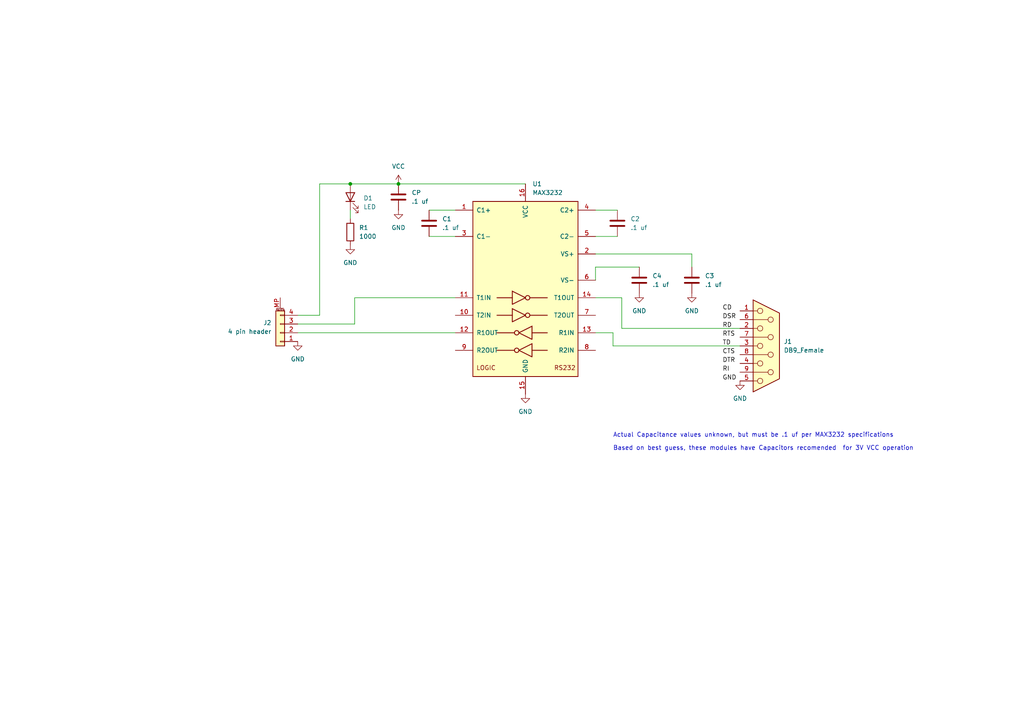
<source format=kicad_sch>
(kicad_sch (version 20211123) (generator eeschema)

  (uuid b9aca43f-d0f3-42f3-a0a6-1506356c417c)

  (paper "A4")

  (title_block
    (title "MH TTL-RS232 Bidirectional Converter")
  )

  (lib_symbols
    (symbol "Connector:DB9_Female" (pin_names (offset 1.016) hide) (in_bom yes) (on_board yes)
      (property "Reference" "J" (id 0) (at 0 13.97 0)
        (effects (font (size 1.27 1.27)))
      )
      (property "Value" "DB9_Female" (id 1) (at 0 -14.605 0)
        (effects (font (size 1.27 1.27)))
      )
      (property "Footprint" "" (id 2) (at 0 0 0)
        (effects (font (size 1.27 1.27)) hide)
      )
      (property "Datasheet" " ~" (id 3) (at 0 0 0)
        (effects (font (size 1.27 1.27)) hide)
      )
      (property "ki_keywords" "connector female D-SUB" (id 4) (at 0 0 0)
        (effects (font (size 1.27 1.27)) hide)
      )
      (property "ki_description" "9-pin female D-SUB connector" (id 5) (at 0 0 0)
        (effects (font (size 1.27 1.27)) hide)
      )
      (property "ki_fp_filters" "DSUB*Female*" (id 6) (at 0 0 0)
        (effects (font (size 1.27 1.27)) hide)
      )
      (symbol "DB9_Female_0_1"
        (circle (center -1.778 -10.16) (radius 0.762)
          (stroke (width 0) (type default) (color 0 0 0 0))
          (fill (type none))
        )
        (circle (center -1.778 -5.08) (radius 0.762)
          (stroke (width 0) (type default) (color 0 0 0 0))
          (fill (type none))
        )
        (circle (center -1.778 0) (radius 0.762)
          (stroke (width 0) (type default) (color 0 0 0 0))
          (fill (type none))
        )
        (circle (center -1.778 5.08) (radius 0.762)
          (stroke (width 0) (type default) (color 0 0 0 0))
          (fill (type none))
        )
        (circle (center -1.778 10.16) (radius 0.762)
          (stroke (width 0) (type default) (color 0 0 0 0))
          (fill (type none))
        )
        (polyline
          (pts
            (xy -3.81 -10.16)
            (xy -2.54 -10.16)
          )
          (stroke (width 0) (type default) (color 0 0 0 0))
          (fill (type none))
        )
        (polyline
          (pts
            (xy -3.81 -7.62)
            (xy 0.508 -7.62)
          )
          (stroke (width 0) (type default) (color 0 0 0 0))
          (fill (type none))
        )
        (polyline
          (pts
            (xy -3.81 -5.08)
            (xy -2.54 -5.08)
          )
          (stroke (width 0) (type default) (color 0 0 0 0))
          (fill (type none))
        )
        (polyline
          (pts
            (xy -3.81 -2.54)
            (xy 0.508 -2.54)
          )
          (stroke (width 0) (type default) (color 0 0 0 0))
          (fill (type none))
        )
        (polyline
          (pts
            (xy -3.81 0)
            (xy -2.54 0)
          )
          (stroke (width 0) (type default) (color 0 0 0 0))
          (fill (type none))
        )
        (polyline
          (pts
            (xy -3.81 2.54)
            (xy 0.508 2.54)
          )
          (stroke (width 0) (type default) (color 0 0 0 0))
          (fill (type none))
        )
        (polyline
          (pts
            (xy -3.81 5.08)
            (xy -2.54 5.08)
          )
          (stroke (width 0) (type default) (color 0 0 0 0))
          (fill (type none))
        )
        (polyline
          (pts
            (xy -3.81 7.62)
            (xy 0.508 7.62)
          )
          (stroke (width 0) (type default) (color 0 0 0 0))
          (fill (type none))
        )
        (polyline
          (pts
            (xy -3.81 10.16)
            (xy -2.54 10.16)
          )
          (stroke (width 0) (type default) (color 0 0 0 0))
          (fill (type none))
        )
        (polyline
          (pts
            (xy -3.81 13.335)
            (xy -3.81 -13.335)
            (xy 3.81 -9.525)
            (xy 3.81 9.525)
            (xy -3.81 13.335)
          )
          (stroke (width 0.254) (type default) (color 0 0 0 0))
          (fill (type background))
        )
        (circle (center 1.27 -7.62) (radius 0.762)
          (stroke (width 0) (type default) (color 0 0 0 0))
          (fill (type none))
        )
        (circle (center 1.27 -2.54) (radius 0.762)
          (stroke (width 0) (type default) (color 0 0 0 0))
          (fill (type none))
        )
        (circle (center 1.27 2.54) (radius 0.762)
          (stroke (width 0) (type default) (color 0 0 0 0))
          (fill (type none))
        )
        (circle (center 1.27 7.62) (radius 0.762)
          (stroke (width 0) (type default) (color 0 0 0 0))
          (fill (type none))
        )
      )
      (symbol "DB9_Female_1_1"
        (pin passive line (at -7.62 10.16 0) (length 3.81)
          (name "1" (effects (font (size 1.27 1.27))))
          (number "1" (effects (font (size 1.27 1.27))))
        )
        (pin passive line (at -7.62 5.08 0) (length 3.81)
          (name "2" (effects (font (size 1.27 1.27))))
          (number "2" (effects (font (size 1.27 1.27))))
        )
        (pin passive line (at -7.62 0 0) (length 3.81)
          (name "3" (effects (font (size 1.27 1.27))))
          (number "3" (effects (font (size 1.27 1.27))))
        )
        (pin passive line (at -7.62 -5.08 0) (length 3.81)
          (name "4" (effects (font (size 1.27 1.27))))
          (number "4" (effects (font (size 1.27 1.27))))
        )
        (pin passive line (at -7.62 -10.16 0) (length 3.81)
          (name "5" (effects (font (size 1.27 1.27))))
          (number "5" (effects (font (size 1.27 1.27))))
        )
        (pin passive line (at -7.62 7.62 0) (length 3.81)
          (name "6" (effects (font (size 1.27 1.27))))
          (number "6" (effects (font (size 1.27 1.27))))
        )
        (pin passive line (at -7.62 2.54 0) (length 3.81)
          (name "7" (effects (font (size 1.27 1.27))))
          (number "7" (effects (font (size 1.27 1.27))))
        )
        (pin passive line (at -7.62 -2.54 0) (length 3.81)
          (name "8" (effects (font (size 1.27 1.27))))
          (number "8" (effects (font (size 1.27 1.27))))
        )
        (pin passive line (at -7.62 -7.62 0) (length 3.81)
          (name "9" (effects (font (size 1.27 1.27))))
          (number "9" (effects (font (size 1.27 1.27))))
        )
      )
    )
    (symbol "Connector_Generic_MountingPin:Conn_01x04_MountingPin" (pin_names (offset 1.016) hide) (in_bom yes) (on_board yes)
      (property "Reference" "J" (id 0) (at 0 5.08 0)
        (effects (font (size 1.27 1.27)))
      )
      (property "Value" "Conn_01x04_MountingPin" (id 1) (at 1.27 -7.62 0)
        (effects (font (size 1.27 1.27)) (justify left))
      )
      (property "Footprint" "" (id 2) (at 0 0 0)
        (effects (font (size 1.27 1.27)) hide)
      )
      (property "Datasheet" "~" (id 3) (at 0 0 0)
        (effects (font (size 1.27 1.27)) hide)
      )
      (property "ki_keywords" "connector" (id 4) (at 0 0 0)
        (effects (font (size 1.27 1.27)) hide)
      )
      (property "ki_description" "Generic connectable mounting pin connector, single row, 01x04, script generated (kicad-library-utils/schlib/autogen/connector/)" (id 5) (at 0 0 0)
        (effects (font (size 1.27 1.27)) hide)
      )
      (property "ki_fp_filters" "Connector*:*_1x??-1MP*" (id 6) (at 0 0 0)
        (effects (font (size 1.27 1.27)) hide)
      )
      (symbol "Conn_01x04_MountingPin_1_1"
        (rectangle (start -1.27 -4.953) (end 0 -5.207)
          (stroke (width 0.1524) (type default) (color 0 0 0 0))
          (fill (type none))
        )
        (rectangle (start -1.27 -2.413) (end 0 -2.667)
          (stroke (width 0.1524) (type default) (color 0 0 0 0))
          (fill (type none))
        )
        (rectangle (start -1.27 0.127) (end 0 -0.127)
          (stroke (width 0.1524) (type default) (color 0 0 0 0))
          (fill (type none))
        )
        (rectangle (start -1.27 2.667) (end 0 2.413)
          (stroke (width 0.1524) (type default) (color 0 0 0 0))
          (fill (type none))
        )
        (rectangle (start -1.27 3.81) (end 1.27 -6.35)
          (stroke (width 0.254) (type default) (color 0 0 0 0))
          (fill (type background))
        )
        (polyline
          (pts
            (xy -1.016 -7.112)
            (xy 1.016 -7.112)
          )
          (stroke (width 0.1524) (type default) (color 0 0 0 0))
          (fill (type none))
        )
        (text "Mounting" (at 0 -6.731 0)
          (effects (font (size 0.381 0.381)))
        )
        (pin passive line (at -5.08 2.54 0) (length 3.81)
          (name "Pin_1" (effects (font (size 1.27 1.27))))
          (number "1" (effects (font (size 1.27 1.27))))
        )
        (pin passive line (at -5.08 0 0) (length 3.81)
          (name "Pin_2" (effects (font (size 1.27 1.27))))
          (number "2" (effects (font (size 1.27 1.27))))
        )
        (pin passive line (at -5.08 -2.54 0) (length 3.81)
          (name "Pin_3" (effects (font (size 1.27 1.27))))
          (number "3" (effects (font (size 1.27 1.27))))
        )
        (pin passive line (at -5.08 -5.08 0) (length 3.81)
          (name "Pin_4" (effects (font (size 1.27 1.27))))
          (number "4" (effects (font (size 1.27 1.27))))
        )
        (pin passive line (at 0 -10.16 90) (length 3.048)
          (name "MountPin" (effects (font (size 1.27 1.27))))
          (number "MP" (effects (font (size 1.27 1.27))))
        )
      )
    )
    (symbol "Device:C" (pin_numbers hide) (pin_names (offset 0.254)) (in_bom yes) (on_board yes)
      (property "Reference" "C" (id 0) (at 0.635 2.54 0)
        (effects (font (size 1.27 1.27)) (justify left))
      )
      (property "Value" "C" (id 1) (at 0.635 -2.54 0)
        (effects (font (size 1.27 1.27)) (justify left))
      )
      (property "Footprint" "" (id 2) (at 0.9652 -3.81 0)
        (effects (font (size 1.27 1.27)) hide)
      )
      (property "Datasheet" "~" (id 3) (at 0 0 0)
        (effects (font (size 1.27 1.27)) hide)
      )
      (property "ki_keywords" "cap capacitor" (id 4) (at 0 0 0)
        (effects (font (size 1.27 1.27)) hide)
      )
      (property "ki_description" "Unpolarized capacitor" (id 5) (at 0 0 0)
        (effects (font (size 1.27 1.27)) hide)
      )
      (property "ki_fp_filters" "C_*" (id 6) (at 0 0 0)
        (effects (font (size 1.27 1.27)) hide)
      )
      (symbol "C_0_1"
        (polyline
          (pts
            (xy -2.032 -0.762)
            (xy 2.032 -0.762)
          )
          (stroke (width 0.508) (type default) (color 0 0 0 0))
          (fill (type none))
        )
        (polyline
          (pts
            (xy -2.032 0.762)
            (xy 2.032 0.762)
          )
          (stroke (width 0.508) (type default) (color 0 0 0 0))
          (fill (type none))
        )
      )
      (symbol "C_1_1"
        (pin passive line (at 0 3.81 270) (length 2.794)
          (name "~" (effects (font (size 1.27 1.27))))
          (number "1" (effects (font (size 1.27 1.27))))
        )
        (pin passive line (at 0 -3.81 90) (length 2.794)
          (name "~" (effects (font (size 1.27 1.27))))
          (number "2" (effects (font (size 1.27 1.27))))
        )
      )
    )
    (symbol "Device:LED" (pin_numbers hide) (pin_names (offset 1.016) hide) (in_bom yes) (on_board yes)
      (property "Reference" "D" (id 0) (at 0 2.54 0)
        (effects (font (size 1.27 1.27)))
      )
      (property "Value" "LED" (id 1) (at 0 -2.54 0)
        (effects (font (size 1.27 1.27)))
      )
      (property "Footprint" "" (id 2) (at 0 0 0)
        (effects (font (size 1.27 1.27)) hide)
      )
      (property "Datasheet" "~" (id 3) (at 0 0 0)
        (effects (font (size 1.27 1.27)) hide)
      )
      (property "ki_keywords" "LED diode" (id 4) (at 0 0 0)
        (effects (font (size 1.27 1.27)) hide)
      )
      (property "ki_description" "Light emitting diode" (id 5) (at 0 0 0)
        (effects (font (size 1.27 1.27)) hide)
      )
      (property "ki_fp_filters" "LED* LED_SMD:* LED_THT:*" (id 6) (at 0 0 0)
        (effects (font (size 1.27 1.27)) hide)
      )
      (symbol "LED_0_1"
        (polyline
          (pts
            (xy -1.27 -1.27)
            (xy -1.27 1.27)
          )
          (stroke (width 0.254) (type default) (color 0 0 0 0))
          (fill (type none))
        )
        (polyline
          (pts
            (xy -1.27 0)
            (xy 1.27 0)
          )
          (stroke (width 0) (type default) (color 0 0 0 0))
          (fill (type none))
        )
        (polyline
          (pts
            (xy 1.27 -1.27)
            (xy 1.27 1.27)
            (xy -1.27 0)
            (xy 1.27 -1.27)
          )
          (stroke (width 0.254) (type default) (color 0 0 0 0))
          (fill (type none))
        )
        (polyline
          (pts
            (xy -3.048 -0.762)
            (xy -4.572 -2.286)
            (xy -3.81 -2.286)
            (xy -4.572 -2.286)
            (xy -4.572 -1.524)
          )
          (stroke (width 0) (type default) (color 0 0 0 0))
          (fill (type none))
        )
        (polyline
          (pts
            (xy -1.778 -0.762)
            (xy -3.302 -2.286)
            (xy -2.54 -2.286)
            (xy -3.302 -2.286)
            (xy -3.302 -1.524)
          )
          (stroke (width 0) (type default) (color 0 0 0 0))
          (fill (type none))
        )
      )
      (symbol "LED_1_1"
        (pin passive line (at -3.81 0 0) (length 2.54)
          (name "K" (effects (font (size 1.27 1.27))))
          (number "1" (effects (font (size 1.27 1.27))))
        )
        (pin passive line (at 3.81 0 180) (length 2.54)
          (name "A" (effects (font (size 1.27 1.27))))
          (number "2" (effects (font (size 1.27 1.27))))
        )
      )
    )
    (symbol "Device:R" (pin_numbers hide) (pin_names (offset 0)) (in_bom yes) (on_board yes)
      (property "Reference" "R" (id 0) (at 2.032 0 90)
        (effects (font (size 1.27 1.27)))
      )
      (property "Value" "R" (id 1) (at 0 0 90)
        (effects (font (size 1.27 1.27)))
      )
      (property "Footprint" "" (id 2) (at -1.778 0 90)
        (effects (font (size 1.27 1.27)) hide)
      )
      (property "Datasheet" "~" (id 3) (at 0 0 0)
        (effects (font (size 1.27 1.27)) hide)
      )
      (property "ki_keywords" "R res resistor" (id 4) (at 0 0 0)
        (effects (font (size 1.27 1.27)) hide)
      )
      (property "ki_description" "Resistor" (id 5) (at 0 0 0)
        (effects (font (size 1.27 1.27)) hide)
      )
      (property "ki_fp_filters" "R_*" (id 6) (at 0 0 0)
        (effects (font (size 1.27 1.27)) hide)
      )
      (symbol "R_0_1"
        (rectangle (start -1.016 -2.54) (end 1.016 2.54)
          (stroke (width 0.254) (type default) (color 0 0 0 0))
          (fill (type none))
        )
      )
      (symbol "R_1_1"
        (pin passive line (at 0 3.81 270) (length 1.27)
          (name "~" (effects (font (size 1.27 1.27))))
          (number "1" (effects (font (size 1.27 1.27))))
        )
        (pin passive line (at 0 -3.81 90) (length 1.27)
          (name "~" (effects (font (size 1.27 1.27))))
          (number "2" (effects (font (size 1.27 1.27))))
        )
      )
    )
    (symbol "Interface_UART:MAX3232" (pin_names (offset 1.016)) (in_bom yes) (on_board yes)
      (property "Reference" "U" (id 0) (at -2.54 28.575 0)
        (effects (font (size 1.27 1.27)) (justify right))
      )
      (property "Value" "MAX3232" (id 1) (at -2.54 26.67 0)
        (effects (font (size 1.27 1.27)) (justify right))
      )
      (property "Footprint" "" (id 2) (at 1.27 -26.67 0)
        (effects (font (size 1.27 1.27)) (justify left) hide)
      )
      (property "Datasheet" "https://datasheets.maximintegrated.com/en/ds/MAX3222-MAX3241.pdf" (id 3) (at 0 2.54 0)
        (effects (font (size 1.27 1.27)) hide)
      )
      (property "ki_keywords" "rs232 uart transceiver line-driver" (id 4) (at 0 0 0)
        (effects (font (size 1.27 1.27)) hide)
      )
      (property "ki_description" "3.0V to 5.5V, Low-Power, up to 1Mbps, True RS-232 Transceivers Using Four 0.1μF External Capacitors" (id 5) (at 0 0 0)
        (effects (font (size 1.27 1.27)) hide)
      )
      (property "ki_fp_filters" "SOIC*P1.27mm* DIP*W7.62mm* TSSOP*4.4x5mm*P0.65mm*" (id 6) (at 0 0 0)
        (effects (font (size 1.27 1.27)) hide)
      )
      (symbol "MAX3232_0_0"
        (text "LOGIC" (at -11.43 -22.86 0)
          (effects (font (size 1.27 1.27)))
        )
        (text "RS232" (at 11.43 -22.86 0)
          (effects (font (size 1.27 1.27)))
        )
      )
      (symbol "MAX3232_0_1"
        (rectangle (start -15.24 -25.4) (end 15.24 25.4)
          (stroke (width 0.254) (type default) (color 0 0 0 0))
          (fill (type background))
        )
        (circle (center -2.54 -17.78) (radius 0.635)
          (stroke (width 0.254) (type default) (color 0 0 0 0))
          (fill (type none))
        )
        (circle (center -2.54 -12.7) (radius 0.635)
          (stroke (width 0.254) (type default) (color 0 0 0 0))
          (fill (type none))
        )
        (polyline
          (pts
            (xy -3.81 -7.62)
            (xy -8.255 -7.62)
          )
          (stroke (width 0.254) (type default) (color 0 0 0 0))
          (fill (type none))
        )
        (polyline
          (pts
            (xy -3.81 -2.54)
            (xy -8.255 -2.54)
          )
          (stroke (width 0.254) (type default) (color 0 0 0 0))
          (fill (type none))
        )
        (polyline
          (pts
            (xy -3.175 -17.78)
            (xy -8.255 -17.78)
          )
          (stroke (width 0.254) (type default) (color 0 0 0 0))
          (fill (type none))
        )
        (polyline
          (pts
            (xy -3.175 -12.7)
            (xy -8.255 -12.7)
          )
          (stroke (width 0.254) (type default) (color 0 0 0 0))
          (fill (type none))
        )
        (polyline
          (pts
            (xy 1.27 -7.62)
            (xy 6.35 -7.62)
          )
          (stroke (width 0.254) (type default) (color 0 0 0 0))
          (fill (type none))
        )
        (polyline
          (pts
            (xy 1.27 -2.54)
            (xy 6.35 -2.54)
          )
          (stroke (width 0.254) (type default) (color 0 0 0 0))
          (fill (type none))
        )
        (polyline
          (pts
            (xy 1.905 -17.78)
            (xy 6.35 -17.78)
          )
          (stroke (width 0.254) (type default) (color 0 0 0 0))
          (fill (type none))
        )
        (polyline
          (pts
            (xy 1.905 -12.7)
            (xy 6.35 -12.7)
          )
          (stroke (width 0.254) (type default) (color 0 0 0 0))
          (fill (type none))
        )
        (polyline
          (pts
            (xy -3.81 -5.715)
            (xy -3.81 -9.525)
            (xy 0 -7.62)
            (xy -3.81 -5.715)
          )
          (stroke (width 0.254) (type default) (color 0 0 0 0))
          (fill (type none))
        )
        (polyline
          (pts
            (xy -3.81 -0.635)
            (xy -3.81 -4.445)
            (xy 0 -2.54)
            (xy -3.81 -0.635)
          )
          (stroke (width 0.254) (type default) (color 0 0 0 0))
          (fill (type none))
        )
        (polyline
          (pts
            (xy 1.905 -15.875)
            (xy 1.905 -19.685)
            (xy -1.905 -17.78)
            (xy 1.905 -15.875)
          )
          (stroke (width 0.254) (type default) (color 0 0 0 0))
          (fill (type none))
        )
        (polyline
          (pts
            (xy 1.905 -10.795)
            (xy 1.905 -14.605)
            (xy -1.905 -12.7)
            (xy 1.905 -10.795)
          )
          (stroke (width 0.254) (type default) (color 0 0 0 0))
          (fill (type none))
        )
        (circle (center 0.635 -7.62) (radius 0.635)
          (stroke (width 0.254) (type default) (color 0 0 0 0))
          (fill (type none))
        )
        (circle (center 0.635 -2.54) (radius 0.635)
          (stroke (width 0.254) (type default) (color 0 0 0 0))
          (fill (type none))
        )
      )
      (symbol "MAX3232_1_1"
        (pin passive line (at -20.32 22.86 0) (length 5.08)
          (name "C1+" (effects (font (size 1.27 1.27))))
          (number "1" (effects (font (size 1.27 1.27))))
        )
        (pin input line (at -20.32 -7.62 0) (length 5.08)
          (name "T2IN" (effects (font (size 1.27 1.27))))
          (number "10" (effects (font (size 1.27 1.27))))
        )
        (pin input line (at -20.32 -2.54 0) (length 5.08)
          (name "T1IN" (effects (font (size 1.27 1.27))))
          (number "11" (effects (font (size 1.27 1.27))))
        )
        (pin output line (at -20.32 -12.7 0) (length 5.08)
          (name "R1OUT" (effects (font (size 1.27 1.27))))
          (number "12" (effects (font (size 1.27 1.27))))
        )
        (pin input line (at 20.32 -12.7 180) (length 5.08)
          (name "R1IN" (effects (font (size 1.27 1.27))))
          (number "13" (effects (font (size 1.27 1.27))))
        )
        (pin output line (at 20.32 -2.54 180) (length 5.08)
          (name "T1OUT" (effects (font (size 1.27 1.27))))
          (number "14" (effects (font (size 1.27 1.27))))
        )
        (pin power_in line (at 0 -30.48 90) (length 5.08)
          (name "GND" (effects (font (size 1.27 1.27))))
          (number "15" (effects (font (size 1.27 1.27))))
        )
        (pin power_in line (at 0 30.48 270) (length 5.08)
          (name "VCC" (effects (font (size 1.27 1.27))))
          (number "16" (effects (font (size 1.27 1.27))))
        )
        (pin power_out line (at 20.32 10.16 180) (length 5.08)
          (name "VS+" (effects (font (size 1.27 1.27))))
          (number "2" (effects (font (size 1.27 1.27))))
        )
        (pin passive line (at -20.32 15.24 0) (length 5.08)
          (name "C1-" (effects (font (size 1.27 1.27))))
          (number "3" (effects (font (size 1.27 1.27))))
        )
        (pin passive line (at 20.32 22.86 180) (length 5.08)
          (name "C2+" (effects (font (size 1.27 1.27))))
          (number "4" (effects (font (size 1.27 1.27))))
        )
        (pin passive line (at 20.32 15.24 180) (length 5.08)
          (name "C2-" (effects (font (size 1.27 1.27))))
          (number "5" (effects (font (size 1.27 1.27))))
        )
        (pin power_out line (at 20.32 2.54 180) (length 5.08)
          (name "VS-" (effects (font (size 1.27 1.27))))
          (number "6" (effects (font (size 1.27 1.27))))
        )
        (pin output line (at 20.32 -7.62 180) (length 5.08)
          (name "T2OUT" (effects (font (size 1.27 1.27))))
          (number "7" (effects (font (size 1.27 1.27))))
        )
        (pin input line (at 20.32 -17.78 180) (length 5.08)
          (name "R2IN" (effects (font (size 1.27 1.27))))
          (number "8" (effects (font (size 1.27 1.27))))
        )
        (pin output line (at -20.32 -17.78 0) (length 5.08)
          (name "R2OUT" (effects (font (size 1.27 1.27))))
          (number "9" (effects (font (size 1.27 1.27))))
        )
      )
    )
    (symbol "power:GND" (power) (pin_names (offset 0)) (in_bom yes) (on_board yes)
      (property "Reference" "#PWR" (id 0) (at 0 -6.35 0)
        (effects (font (size 1.27 1.27)) hide)
      )
      (property "Value" "GND" (id 1) (at 0 -3.81 0)
        (effects (font (size 1.27 1.27)))
      )
      (property "Footprint" "" (id 2) (at 0 0 0)
        (effects (font (size 1.27 1.27)) hide)
      )
      (property "Datasheet" "" (id 3) (at 0 0 0)
        (effects (font (size 1.27 1.27)) hide)
      )
      (property "ki_keywords" "global power" (id 4) (at 0 0 0)
        (effects (font (size 1.27 1.27)) hide)
      )
      (property "ki_description" "Power symbol creates a global label with name \"GND\" , ground" (id 5) (at 0 0 0)
        (effects (font (size 1.27 1.27)) hide)
      )
      (symbol "GND_0_1"
        (polyline
          (pts
            (xy 0 0)
            (xy 0 -1.27)
            (xy 1.27 -1.27)
            (xy 0 -2.54)
            (xy -1.27 -1.27)
            (xy 0 -1.27)
          )
          (stroke (width 0) (type default) (color 0 0 0 0))
          (fill (type none))
        )
      )
      (symbol "GND_1_1"
        (pin power_in line (at 0 0 270) (length 0) hide
          (name "GND" (effects (font (size 1.27 1.27))))
          (number "1" (effects (font (size 1.27 1.27))))
        )
      )
    )
    (symbol "power:VCC" (power) (pin_names (offset 0)) (in_bom yes) (on_board yes)
      (property "Reference" "#PWR" (id 0) (at 0 -3.81 0)
        (effects (font (size 1.27 1.27)) hide)
      )
      (property "Value" "VCC" (id 1) (at 0 3.81 0)
        (effects (font (size 1.27 1.27)))
      )
      (property "Footprint" "" (id 2) (at 0 0 0)
        (effects (font (size 1.27 1.27)) hide)
      )
      (property "Datasheet" "" (id 3) (at 0 0 0)
        (effects (font (size 1.27 1.27)) hide)
      )
      (property "ki_keywords" "global power" (id 4) (at 0 0 0)
        (effects (font (size 1.27 1.27)) hide)
      )
      (property "ki_description" "Power symbol creates a global label with name \"VCC\"" (id 5) (at 0 0 0)
        (effects (font (size 1.27 1.27)) hide)
      )
      (symbol "VCC_0_1"
        (polyline
          (pts
            (xy -0.762 1.27)
            (xy 0 2.54)
          )
          (stroke (width 0) (type default) (color 0 0 0 0))
          (fill (type none))
        )
        (polyline
          (pts
            (xy 0 0)
            (xy 0 2.54)
          )
          (stroke (width 0) (type default) (color 0 0 0 0))
          (fill (type none))
        )
        (polyline
          (pts
            (xy 0 2.54)
            (xy 0.762 1.27)
          )
          (stroke (width 0) (type default) (color 0 0 0 0))
          (fill (type none))
        )
      )
      (symbol "VCC_1_1"
        (pin power_in line (at 0 0 90) (length 0) hide
          (name "VCC" (effects (font (size 1.27 1.27))))
          (number "1" (effects (font (size 1.27 1.27))))
        )
      )
    )
  )

  (junction (at 115.57 53.34) (diameter 0) (color 0 0 0 0)
    (uuid 1ecd7c1a-0f5a-4ca8-8ad5-56f0fb36b506)
  )
  (junction (at 101.6 53.34) (diameter 0) (color 0 0 0 0)
    (uuid b67332f4-7c27-4ce2-8c6c-ccb1aa55cda3)
  )

  (wire (pts (xy 172.72 96.52) (xy 177.8 96.52))
    (stroke (width 0) (type default) (color 0 0 0 0))
    (uuid 023fd8a9-c811-4cb3-ab5c-3f9009381206)
  )
  (wire (pts (xy 86.36 93.98) (xy 102.87 93.98))
    (stroke (width 0) (type default) (color 0 0 0 0))
    (uuid 0eba7373-442b-4d89-957f-2316aaf349e3)
  )
  (wire (pts (xy 102.87 93.98) (xy 102.87 86.36))
    (stroke (width 0) (type default) (color 0 0 0 0))
    (uuid 18daf1b2-89a9-4a54-a10b-742c46cf3d0d)
  )
  (wire (pts (xy 86.36 91.44) (xy 92.71 91.44))
    (stroke (width 0) (type default) (color 0 0 0 0))
    (uuid 196f30a4-c8b2-4c50-8125-a69ae27ae872)
  )
  (wire (pts (xy 180.34 86.36) (xy 180.34 95.25))
    (stroke (width 0) (type default) (color 0 0 0 0))
    (uuid 244287a1-7ce3-432f-b37f-a38f423b80d1)
  )
  (wire (pts (xy 101.6 60.96) (xy 101.6 63.5))
    (stroke (width 0) (type default) (color 0 0 0 0))
    (uuid 35ce71fe-528c-48f4-be5f-d2f91c0200df)
  )
  (wire (pts (xy 102.87 86.36) (xy 132.08 86.36))
    (stroke (width 0) (type default) (color 0 0 0 0))
    (uuid 3ee62e44-e841-429b-9a1c-c3557c949b86)
  )
  (wire (pts (xy 172.72 86.36) (xy 180.34 86.36))
    (stroke (width 0) (type default) (color 0 0 0 0))
    (uuid 44ccc25f-5038-434c-b595-5ec8ea51717d)
  )
  (wire (pts (xy 86.36 96.52) (xy 132.08 96.52))
    (stroke (width 0) (type default) (color 0 0 0 0))
    (uuid 5277be0e-2ee2-4637-8412-8111bce49e02)
  )
  (wire (pts (xy 177.8 96.52) (xy 177.8 100.33))
    (stroke (width 0) (type default) (color 0 0 0 0))
    (uuid 5fd0f560-8333-4b03-9e67-e84c6a1efee9)
  )
  (wire (pts (xy 92.71 53.34) (xy 101.6 53.34))
    (stroke (width 0) (type default) (color 0 0 0 0))
    (uuid 842b5353-78f4-413e-b586-5c8b431f3247)
  )
  (wire (pts (xy 172.72 60.96) (xy 179.07 60.96))
    (stroke (width 0) (type default) (color 0 0 0 0))
    (uuid 919d32d8-95b1-4b3b-8e64-795f2a84ce0e)
  )
  (wire (pts (xy 92.71 91.44) (xy 92.71 53.34))
    (stroke (width 0) (type default) (color 0 0 0 0))
    (uuid 9a7ed114-4f35-4bca-a5df-10e0a9611804)
  )
  (wire (pts (xy 200.66 73.66) (xy 200.66 77.47))
    (stroke (width 0) (type default) (color 0 0 0 0))
    (uuid 9b9f88d0-e8b5-4d46-8e1b-314c543fcaae)
  )
  (wire (pts (xy 177.8 100.33) (xy 214.63 100.33))
    (stroke (width 0) (type default) (color 0 0 0 0))
    (uuid 9c5cfcbe-a3de-4a4b-be66-834c5fa0939f)
  )
  (wire (pts (xy 124.46 60.96) (xy 132.08 60.96))
    (stroke (width 0) (type default) (color 0 0 0 0))
    (uuid a1178326-640f-4196-9cb8-c66314617a7f)
  )
  (wire (pts (xy 172.72 81.28) (xy 172.72 77.47))
    (stroke (width 0) (type default) (color 0 0 0 0))
    (uuid b4640a21-8978-4fe7-904c-6af3c0e18ba0)
  )
  (wire (pts (xy 172.72 68.58) (xy 179.07 68.58))
    (stroke (width 0) (type default) (color 0 0 0 0))
    (uuid b98a1e03-de39-4d6a-b437-c64ad55fb38d)
  )
  (wire (pts (xy 172.72 73.66) (xy 200.66 73.66))
    (stroke (width 0) (type default) (color 0 0 0 0))
    (uuid b99bc83f-b69d-4f84-b2bf-c0f00dba6eca)
  )
  (wire (pts (xy 124.46 68.58) (xy 132.08 68.58))
    (stroke (width 0) (type default) (color 0 0 0 0))
    (uuid c8337710-923e-4a6c-abc9-7537e4a5a507)
  )
  (wire (pts (xy 172.72 77.47) (xy 185.42 77.47))
    (stroke (width 0) (type default) (color 0 0 0 0))
    (uuid cf461763-efb5-45b6-b3da-3b87dc8bf3f9)
  )
  (wire (pts (xy 180.34 95.25) (xy 214.63 95.25))
    (stroke (width 0) (type default) (color 0 0 0 0))
    (uuid de17f091-b3ba-45d6-a48f-5c2077c45ba2)
  )
  (wire (pts (xy 115.57 53.34) (xy 152.4 53.34))
    (stroke (width 0) (type default) (color 0 0 0 0))
    (uuid eb1e6e34-527a-45b8-9e20-700fa1b352f4)
  )
  (wire (pts (xy 101.6 53.34) (xy 115.57 53.34))
    (stroke (width 0) (type default) (color 0 0 0 0))
    (uuid f16fe674-4b73-4026-9386-5a568a854b85)
  )

  (text "Actual Capacitance values unknown, but must be .1 uf per MAX3232 specifications"
    (at 177.8 127 0)
    (effects (font (size 1.27 1.27)) (justify left bottom))
    (uuid 1b1f5260-4f1a-4776-9f1e-3e6d6caea8cf)
  )
  (text "Based on best guess, these modules have Capacitors recomended  for 3V VCC operation"
    (at 177.8 130.81 0)
    (effects (font (size 1.27 1.27)) (justify left bottom))
    (uuid 9c5249c5-3e1d-40df-a58a-56fbfed8a5a0)
  )

  (label "DTR" (at 209.55 105.41 0)
    (effects (font (size 1.27 1.27)) (justify left bottom))
    (uuid 076ddb27-5a11-4249-9c3f-221b1dbbfc48)
  )
  (label "RTS" (at 209.55 97.79 0)
    (effects (font (size 1.27 1.27)) (justify left bottom))
    (uuid 11fd4d71-9bd8-4c25-bc0e-ed96bfd46cab)
  )
  (label "DSR" (at 209.55 92.71 0)
    (effects (font (size 1.27 1.27)) (justify left bottom))
    (uuid 534a6d62-c97f-48fe-b2fe-0ba3468fa039)
  )
  (label "CD" (at 209.55 90.17 0)
    (effects (font (size 1.27 1.27)) (justify left bottom))
    (uuid 714d83f9-e346-4d46-a0c1-0131de66a57f)
  )
  (label "RD" (at 209.55 95.25 0)
    (effects (font (size 1.27 1.27)) (justify left bottom))
    (uuid 7b476669-d146-4902-902f-8774f8bceab7)
  )
  (label "GND" (at 209.55 110.49 0)
    (effects (font (size 1.27 1.27)) (justify left bottom))
    (uuid 814fda95-3b4b-432d-9641-4c8854c48b56)
  )
  (label "RI" (at 209.55 107.95 0)
    (effects (font (size 1.27 1.27)) (justify left bottom))
    (uuid a6b4cc8c-6135-48ab-aece-a5ce478641b2)
  )
  (label "CTS" (at 209.55 102.87 0)
    (effects (font (size 1.27 1.27)) (justify left bottom))
    (uuid cbfaf4a8-0c54-42ee-a3d8-8d21846edfdb)
  )
  (label "TD" (at 209.55 100.33 0)
    (effects (font (size 1.27 1.27)) (justify left bottom))
    (uuid ea90e2b0-d7fb-41b6-967a-61f2093833a0)
  )

  (symbol (lib_id "power:GND") (at 185.42 85.09 0) (unit 1)
    (in_bom yes) (on_board yes) (fields_autoplaced)
    (uuid 0dd9e6ce-70d6-4992-bed7-9e6264fd24d6)
    (property "Reference" "#PWR?" (id 0) (at 185.42 91.44 0)
      (effects (font (size 1.27 1.27)) hide)
    )
    (property "Value" "GND" (id 1) (at 185.42 90.17 0))
    (property "Footprint" "" (id 2) (at 185.42 85.09 0)
      (effects (font (size 1.27 1.27)) hide)
    )
    (property "Datasheet" "" (id 3) (at 185.42 85.09 0)
      (effects (font (size 1.27 1.27)) hide)
    )
    (pin "1" (uuid c7f4cf2a-47c0-4873-b10b-9f483cfcac18))
  )

  (symbol (lib_id "Device:LED") (at 101.6 57.15 90) (unit 1)
    (in_bom yes) (on_board yes) (fields_autoplaced)
    (uuid 1c110d9d-415d-4e79-84dc-8427397b2606)
    (property "Reference" "D1" (id 0) (at 105.41 57.4674 90)
      (effects (font (size 1.27 1.27)) (justify right))
    )
    (property "Value" "LED" (id 1) (at 105.41 60.0074 90)
      (effects (font (size 1.27 1.27)) (justify right))
    )
    (property "Footprint" "" (id 2) (at 101.6 57.15 0)
      (effects (font (size 1.27 1.27)) hide)
    )
    (property "Datasheet" "~" (id 3) (at 101.6 57.15 0)
      (effects (font (size 1.27 1.27)) hide)
    )
    (pin "1" (uuid e177d178-ce6b-4e2f-ae37-1137cd698590))
    (pin "2" (uuid 2052eae7-a778-45b1-9bca-d8c4e33c9956))
  )

  (symbol (lib_id "Device:C") (at 179.07 64.77 0) (unit 1)
    (in_bom yes) (on_board yes) (fields_autoplaced)
    (uuid 2fb64a54-6725-4c81-a1b7-575c809b457b)
    (property "Reference" "C2" (id 0) (at 182.88 63.4999 0)
      (effects (font (size 1.27 1.27)) (justify left))
    )
    (property "Value" ".1 uf" (id 1) (at 182.88 66.0399 0)
      (effects (font (size 1.27 1.27)) (justify left))
    )
    (property "Footprint" "" (id 2) (at 180.0352 68.58 0)
      (effects (font (size 1.27 1.27)) hide)
    )
    (property "Datasheet" "~" (id 3) (at 179.07 64.77 0)
      (effects (font (size 1.27 1.27)) hide)
    )
    (pin "1" (uuid 14bb7f3b-b7ef-4eab-b985-d22560c45206))
    (pin "2" (uuid d4da2bd3-77ee-4138-915f-6acc24f439c4))
  )

  (symbol (lib_id "Device:C") (at 185.42 81.28 0) (unit 1)
    (in_bom yes) (on_board yes)
    (uuid 3278e285-0b81-4720-a9e5-bbdff44f4b07)
    (property "Reference" "C4" (id 0) (at 189.23 80.01 0)
      (effects (font (size 1.27 1.27)) (justify left))
    )
    (property "Value" ".1 uf" (id 1) (at 189.23 82.55 0)
      (effects (font (size 1.27 1.27)) (justify left))
    )
    (property "Footprint" "" (id 2) (at 186.3852 85.09 0)
      (effects (font (size 1.27 1.27)) hide)
    )
    (property "Datasheet" "~" (id 3) (at 185.42 81.28 0)
      (effects (font (size 1.27 1.27)) hide)
    )
    (pin "1" (uuid 7beb7a05-8792-4b2d-a834-84a3c5a56846))
    (pin "2" (uuid 873ec1ea-bb57-4492-82cc-9dd6dde12443))
  )

  (symbol (lib_id "Interface_UART:MAX3232") (at 152.4 83.82 0) (unit 1)
    (in_bom yes) (on_board yes) (fields_autoplaced)
    (uuid 3fe45230-8aea-4702-aa1a-ce60671f7715)
    (property "Reference" "U1" (id 0) (at 154.4194 53.34 0)
      (effects (font (size 1.27 1.27)) (justify left))
    )
    (property "Value" "MAX3232" (id 1) (at 154.4194 55.88 0)
      (effects (font (size 1.27 1.27)) (justify left))
    )
    (property "Footprint" "" (id 2) (at 153.67 110.49 0)
      (effects (font (size 1.27 1.27)) (justify left) hide)
    )
    (property "Datasheet" "https://datasheets.maximintegrated.com/en/ds/MAX3222-MAX3241.pdf" (id 3) (at 152.4 81.28 0)
      (effects (font (size 1.27 1.27)) hide)
    )
    (pin "1" (uuid 60ef9844-4d18-4ba7-b6e9-4b676df5b969))
    (pin "10" (uuid 01c45694-6fc6-433f-b9c5-a93ade0e76d2))
    (pin "11" (uuid d9466198-aa23-41ec-9c5d-8256c05934b9))
    (pin "12" (uuid 600959b3-b0e8-45c2-9dea-1dd45bb708ad))
    (pin "13" (uuid 00c5c435-bd6f-4b0d-ba11-afccf2617d23))
    (pin "14" (uuid 9b9c083f-eda3-4276-a779-ccffa48122db))
    (pin "15" (uuid 2051cec6-5067-4168-a952-2cfed55802c5))
    (pin "16" (uuid a08a4ed6-6757-408f-8f6a-a89c42f188fd))
    (pin "2" (uuid f239a7ec-610f-40ef-b81f-277cd178fc98))
    (pin "3" (uuid f0f3ae10-efcd-49e6-a86f-e98e9f47f67b))
    (pin "4" (uuid e1ac2335-9e9d-4819-8849-62e9e6f442be))
    (pin "5" (uuid 3809ec3d-08f3-47fe-aebf-6aa0c3c7d8c9))
    (pin "6" (uuid 244c9540-f36f-4f8f-b7ec-6e359c55fc21))
    (pin "7" (uuid 2bd77ca4-60ee-4ff8-920d-e3c165a47f7f))
    (pin "8" (uuid b57fc61c-9fe2-4613-b333-9431281c0c48))
    (pin "9" (uuid c02225e7-ad6e-46a6-b0c2-f8f5216cc2b2))
  )

  (symbol (lib_id "Device:C") (at 124.46 64.77 0) (unit 1)
    (in_bom yes) (on_board yes) (fields_autoplaced)
    (uuid 4c15a99a-ef72-4ad8-a56e-e9c50d43d225)
    (property "Reference" "C1" (id 0) (at 128.27 63.4999 0)
      (effects (font (size 1.27 1.27)) (justify left))
    )
    (property "Value" ".1 uf" (id 1) (at 128.27 66.0399 0)
      (effects (font (size 1.27 1.27)) (justify left))
    )
    (property "Footprint" "" (id 2) (at 125.4252 68.58 0)
      (effects (font (size 1.27 1.27)) hide)
    )
    (property "Datasheet" "~" (id 3) (at 124.46 64.77 0)
      (effects (font (size 1.27 1.27)) hide)
    )
    (pin "1" (uuid 9742a4db-c28b-4ec3-b7c2-116c38dfac1b))
    (pin "2" (uuid b0e654df-b517-4818-81cd-9472aae83b22))
  )

  (symbol (lib_id "power:VCC") (at 115.57 53.34 0) (unit 1)
    (in_bom yes) (on_board yes) (fields_autoplaced)
    (uuid 4c67a840-bee4-486a-8fca-365fefc96d55)
    (property "Reference" "#PWR?" (id 0) (at 115.57 57.15 0)
      (effects (font (size 1.27 1.27)) hide)
    )
    (property "Value" "VCC" (id 1) (at 115.57 48.26 0))
    (property "Footprint" "" (id 2) (at 115.57 53.34 0)
      (effects (font (size 1.27 1.27)) hide)
    )
    (property "Datasheet" "" (id 3) (at 115.57 53.34 0)
      (effects (font (size 1.27 1.27)) hide)
    )
    (pin "1" (uuid 74d047fe-cea0-4d5d-a272-fb7fa47f1d68))
  )

  (symbol (lib_id "Device:R") (at 101.6 67.31 0) (unit 1)
    (in_bom yes) (on_board yes) (fields_autoplaced)
    (uuid 5351175e-1b14-4542-96ac-7ad51d4ebbb0)
    (property "Reference" "R1" (id 0) (at 104.14 66.0399 0)
      (effects (font (size 1.27 1.27)) (justify left))
    )
    (property "Value" "1000" (id 1) (at 104.14 68.5799 0)
      (effects (font (size 1.27 1.27)) (justify left))
    )
    (property "Footprint" "" (id 2) (at 99.822 67.31 90)
      (effects (font (size 1.27 1.27)) hide)
    )
    (property "Datasheet" "~" (id 3) (at 101.6 67.31 0)
      (effects (font (size 1.27 1.27)) hide)
    )
    (pin "1" (uuid 6d9bacf7-d855-4cd1-b9bc-0a21f9784fed))
    (pin "2" (uuid 29b450da-c799-4739-9f0e-94aebf3507b2))
  )

  (symbol (lib_id "power:GND") (at 86.36 99.06 0) (unit 1)
    (in_bom yes) (on_board yes) (fields_autoplaced)
    (uuid 64eea5b3-8528-45ae-8a73-10f5a413bc53)
    (property "Reference" "#PWR?" (id 0) (at 86.36 105.41 0)
      (effects (font (size 1.27 1.27)) hide)
    )
    (property "Value" "GND" (id 1) (at 86.36 104.14 0))
    (property "Footprint" "" (id 2) (at 86.36 99.06 0)
      (effects (font (size 1.27 1.27)) hide)
    )
    (property "Datasheet" "" (id 3) (at 86.36 99.06 0)
      (effects (font (size 1.27 1.27)) hide)
    )
    (pin "1" (uuid b8ae5b5c-95b7-4c73-b9c7-5fbf6c03a8ef))
  )

  (symbol (lib_id "Device:C") (at 115.57 57.15 0) (unit 1)
    (in_bom yes) (on_board yes) (fields_autoplaced)
    (uuid 7dad8f20-14c2-43bf-8aad-fac63ae692b1)
    (property "Reference" "CP" (id 0) (at 119.38 55.8799 0)
      (effects (font (size 1.27 1.27)) (justify left))
    )
    (property "Value" ".1 uf" (id 1) (at 119.38 58.4199 0)
      (effects (font (size 1.27 1.27)) (justify left))
    )
    (property "Footprint" "" (id 2) (at 116.5352 60.96 0)
      (effects (font (size 1.27 1.27)) hide)
    )
    (property "Datasheet" "~" (id 3) (at 115.57 57.15 0)
      (effects (font (size 1.27 1.27)) hide)
    )
    (pin "1" (uuid ea940ea4-d3b8-473c-8139-3773005b9dd2))
    (pin "2" (uuid 7f0faa93-9088-4ace-8343-abfa74a0bda9))
  )

  (symbol (lib_id "power:GND") (at 115.57 60.96 0) (unit 1)
    (in_bom yes) (on_board yes) (fields_autoplaced)
    (uuid 9ac0e943-bcb2-41c7-b679-6d4ee956af16)
    (property "Reference" "#PWR?" (id 0) (at 115.57 67.31 0)
      (effects (font (size 1.27 1.27)) hide)
    )
    (property "Value" "GND" (id 1) (at 115.57 66.04 0))
    (property "Footprint" "" (id 2) (at 115.57 60.96 0)
      (effects (font (size 1.27 1.27)) hide)
    )
    (property "Datasheet" "" (id 3) (at 115.57 60.96 0)
      (effects (font (size 1.27 1.27)) hide)
    )
    (pin "1" (uuid 079126dd-6570-48b8-ad41-583619c7323c))
  )

  (symbol (lib_id "Connector:DB9_Female") (at 222.25 100.33 0) (unit 1)
    (in_bom yes) (on_board yes) (fields_autoplaced)
    (uuid a6d66cfb-2406-4b30-b3ee-ae7a44dcb94b)
    (property "Reference" "J1" (id 0) (at 227.33 99.0599 0)
      (effects (font (size 1.27 1.27)) (justify left))
    )
    (property "Value" "DB9_Female" (id 1) (at 227.33 101.5999 0)
      (effects (font (size 1.27 1.27)) (justify left))
    )
    (property "Footprint" "" (id 2) (at 222.25 100.33 0)
      (effects (font (size 1.27 1.27)) hide)
    )
    (property "Datasheet" " ~" (id 3) (at 222.25 100.33 0)
      (effects (font (size 1.27 1.27)) hide)
    )
    (pin "1" (uuid db43ab1b-ff64-4411-a7da-bae2d8decc9f))
    (pin "2" (uuid bca3b063-1e0a-4e75-84e0-e44a3fe44e39))
    (pin "3" (uuid 78d5bd46-64c4-4a9c-b275-308010f5f158))
    (pin "4" (uuid 9fbc1366-1679-489c-b83d-1ed66ef4e2f9))
    (pin "5" (uuid d08331a9-dcf5-4504-ba1d-2edc2e8c07ef))
    (pin "6" (uuid 08b0e298-6029-4d03-83a6-584f7cfd5f46))
    (pin "7" (uuid 01b15554-a504-423f-b404-52b7b26aa91e))
    (pin "8" (uuid 7304f5d0-e4ca-44b2-98f6-ccf11cef8663))
    (pin "9" (uuid 9e049a8c-e0d9-4e7e-a400-a3f80863e2e5))
  )

  (symbol (lib_id "power:GND") (at 152.4 114.3 0) (unit 1)
    (in_bom yes) (on_board yes) (fields_autoplaced)
    (uuid bc2b1f47-afe1-474a-8037-ed8c96581370)
    (property "Reference" "#PWR?" (id 0) (at 152.4 120.65 0)
      (effects (font (size 1.27 1.27)) hide)
    )
    (property "Value" "GND" (id 1) (at 152.4 119.38 0))
    (property "Footprint" "" (id 2) (at 152.4 114.3 0)
      (effects (font (size 1.27 1.27)) hide)
    )
    (property "Datasheet" "" (id 3) (at 152.4 114.3 0)
      (effects (font (size 1.27 1.27)) hide)
    )
    (pin "1" (uuid 5861c11b-8068-4731-8cce-a5696315013a))
  )

  (symbol (lib_id "power:GND") (at 200.66 85.09 0) (unit 1)
    (in_bom yes) (on_board yes) (fields_autoplaced)
    (uuid c10cec11-85af-4913-92f2-bbe779ae79ea)
    (property "Reference" "#PWR?" (id 0) (at 200.66 91.44 0)
      (effects (font (size 1.27 1.27)) hide)
    )
    (property "Value" "GND" (id 1) (at 200.66 90.17 0))
    (property "Footprint" "" (id 2) (at 200.66 85.09 0)
      (effects (font (size 1.27 1.27)) hide)
    )
    (property "Datasheet" "" (id 3) (at 200.66 85.09 0)
      (effects (font (size 1.27 1.27)) hide)
    )
    (pin "1" (uuid fc992d04-5e23-4813-9224-a3028246b994))
  )

  (symbol (lib_id "power:GND") (at 101.6 71.12 0) (unit 1)
    (in_bom yes) (on_board yes) (fields_autoplaced)
    (uuid ca68d37f-4e4f-4da3-9747-44748284e315)
    (property "Reference" "#PWR?" (id 0) (at 101.6 77.47 0)
      (effects (font (size 1.27 1.27)) hide)
    )
    (property "Value" "GND" (id 1) (at 101.6 76.2 0))
    (property "Footprint" "" (id 2) (at 101.6 71.12 0)
      (effects (font (size 1.27 1.27)) hide)
    )
    (property "Datasheet" "" (id 3) (at 101.6 71.12 0)
      (effects (font (size 1.27 1.27)) hide)
    )
    (pin "1" (uuid 881ad816-e59a-478c-8918-741a4509ffe4))
  )

  (symbol (lib_id "power:GND") (at 214.63 110.49 0) (unit 1)
    (in_bom yes) (on_board yes) (fields_autoplaced)
    (uuid db4c20ff-8122-46cf-a458-2cfd51df467c)
    (property "Reference" "#PWR?" (id 0) (at 214.63 116.84 0)
      (effects (font (size 1.27 1.27)) hide)
    )
    (property "Value" "GND" (id 1) (at 214.63 115.57 0))
    (property "Footprint" "" (id 2) (at 214.63 110.49 0)
      (effects (font (size 1.27 1.27)) hide)
    )
    (property "Datasheet" "" (id 3) (at 214.63 110.49 0)
      (effects (font (size 1.27 1.27)) hide)
    )
    (pin "1" (uuid 0e714949-cc4e-463b-a834-d0d29716d887))
  )

  (symbol (lib_id "Connector_Generic_MountingPin:Conn_01x04_MountingPin") (at 81.28 96.52 180) (unit 1)
    (in_bom yes) (on_board yes) (fields_autoplaced)
    (uuid ea83e598-3237-4d82-a275-65c1c358902b)
    (property "Reference" "J2" (id 0) (at 78.74 93.6243 0)
      (effects (font (size 1.27 1.27)) (justify left))
    )
    (property "Value" "4 pin header" (id 1) (at 78.74 96.1643 0)
      (effects (font (size 1.27 1.27)) (justify left))
    )
    (property "Footprint" "" (id 2) (at 81.28 96.52 0)
      (effects (font (size 1.27 1.27)) hide)
    )
    (property "Datasheet" "~" (id 3) (at 81.28 96.52 0)
      (effects (font (size 1.27 1.27)) hide)
    )
    (pin "1" (uuid 9835bc75-dd28-4bf2-af7e-b3bda4332f1b))
    (pin "2" (uuid 0fff1cfe-14a0-4ad7-9cfc-4c1b67d05a73))
    (pin "3" (uuid bf6c8072-c621-48c7-b2fe-a6f2600a5e1b))
    (pin "4" (uuid e7f9a83e-d2c3-453d-b916-59c6d117c3d2))
    (pin "MP" (uuid c6270c01-469d-4e03-a586-882db61fb613))
  )

  (symbol (lib_id "Device:C") (at 200.66 81.28 0) (unit 1)
    (in_bom yes) (on_board yes) (fields_autoplaced)
    (uuid f4dae908-8a1f-4533-9e66-351fe61db52a)
    (property "Reference" "C3" (id 0) (at 204.47 80.0099 0)
      (effects (font (size 1.27 1.27)) (justify left))
    )
    (property "Value" ".1 uf" (id 1) (at 204.47 82.5499 0)
      (effects (font (size 1.27 1.27)) (justify left))
    )
    (property "Footprint" "" (id 2) (at 201.6252 85.09 0)
      (effects (font (size 1.27 1.27)) hide)
    )
    (property "Datasheet" "~" (id 3) (at 200.66 81.28 0)
      (effects (font (size 1.27 1.27)) hide)
    )
    (pin "1" (uuid 4be924de-e61b-4e82-bc2e-4108c0def134))
    (pin "2" (uuid 32c5d3c4-7b46-46b2-86bc-ebd2fb11d00a))
  )

  (sheet_instances
    (path "/" (page "1"))
  )

  (symbol_instances
    (path "/0dd9e6ce-70d6-4992-bed7-9e6264fd24d6"
      (reference "#PWR?") (unit 1) (value "GND") (footprint "")
    )
    (path "/4c67a840-bee4-486a-8fca-365fefc96d55"
      (reference "#PWR?") (unit 1) (value "VCC") (footprint "")
    )
    (path "/64eea5b3-8528-45ae-8a73-10f5a413bc53"
      (reference "#PWR?") (unit 1) (value "GND") (footprint "")
    )
    (path "/9ac0e943-bcb2-41c7-b679-6d4ee956af16"
      (reference "#PWR?") (unit 1) (value "GND") (footprint "")
    )
    (path "/bc2b1f47-afe1-474a-8037-ed8c96581370"
      (reference "#PWR?") (unit 1) (value "GND") (footprint "")
    )
    (path "/c10cec11-85af-4913-92f2-bbe779ae79ea"
      (reference "#PWR?") (unit 1) (value "GND") (footprint "")
    )
    (path "/ca68d37f-4e4f-4da3-9747-44748284e315"
      (reference "#PWR?") (unit 1) (value "GND") (footprint "")
    )
    (path "/db4c20ff-8122-46cf-a458-2cfd51df467c"
      (reference "#PWR?") (unit 1) (value "GND") (footprint "")
    )
    (path "/4c15a99a-ef72-4ad8-a56e-e9c50d43d225"
      (reference "C1") (unit 1) (value ".1 uf") (footprint "")
    )
    (path "/2fb64a54-6725-4c81-a1b7-575c809b457b"
      (reference "C2") (unit 1) (value ".1 uf") (footprint "")
    )
    (path "/f4dae908-8a1f-4533-9e66-351fe61db52a"
      (reference "C3") (unit 1) (value ".1 uf") (footprint "")
    )
    (path "/3278e285-0b81-4720-a9e5-bbdff44f4b07"
      (reference "C4") (unit 1) (value ".1 uf") (footprint "")
    )
    (path "/7dad8f20-14c2-43bf-8aad-fac63ae692b1"
      (reference "CP") (unit 1) (value ".1 uf") (footprint "")
    )
    (path "/1c110d9d-415d-4e79-84dc-8427397b2606"
      (reference "D1") (unit 1) (value "LED") (footprint "")
    )
    (path "/a6d66cfb-2406-4b30-b3ee-ae7a44dcb94b"
      (reference "J1") (unit 1) (value "DB9_Female") (footprint "")
    )
    (path "/ea83e598-3237-4d82-a275-65c1c358902b"
      (reference "J2") (unit 1) (value "4 pin header") (footprint "")
    )
    (path "/5351175e-1b14-4542-96ac-7ad51d4ebbb0"
      (reference "R1") (unit 1) (value "1000") (footprint "")
    )
    (path "/3fe45230-8aea-4702-aa1a-ce60671f7715"
      (reference "U1") (unit 1) (value "MAX3232") (footprint "")
    )
  )
)

</source>
